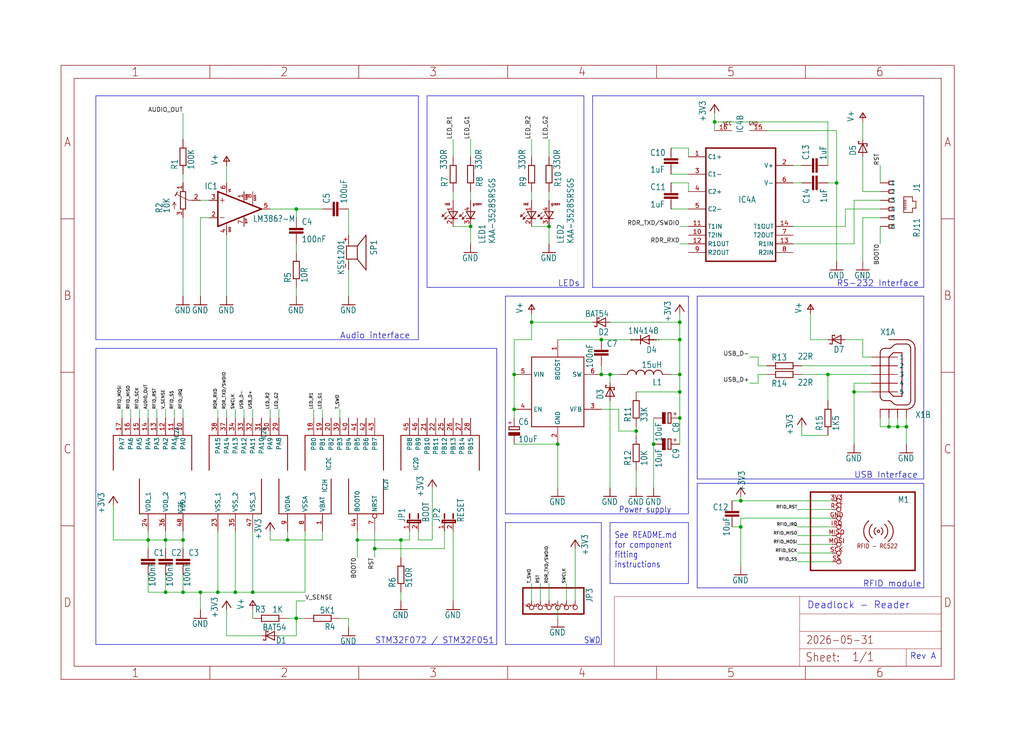
<source format=kicad_sch>
(kicad_sch (version 20231120) (generator "eeschema") (generator_version "8.0")
  (paper "User" 298.45 217.322)
  (junction (at 86.36 60.96))
  (junction (at 48.26 157.48))
  (junction (at 175.26 99.06))
  (junction (at 215.9 146.05))
  (junction (at 198.12 121.92))
  (junction (at 149.86 109.22))
  (junction (at 154.94 93.98))
  (junction (at 198.12 114.3))
  (junction (at 190.5 129.54))
  (junction (at 160.02 66.04))
  (junction (at 198.12 93.98))
  (junction (at 73.66 172.72))
  (junction (at 198.12 99.06))
  (junction (at 83.82 157.48))
  (junction (at 198.12 109.22))
  (junction (at 241.3 109.22))
  (junction (at 185.42 125.73))
  (junction (at 264.16 124.46))
  (junction (at 248.92 114.3))
  (junction (at 177.8 109.22))
  (junction (at 43.18 157.48))
  (junction (at 208.28 35.56))
  (junction (at 261.62 124.46))
  (junction (at 149.86 119.38))
  (junction (at 175.26 109.22))
  (junction (at 58.42 172.72))
  (junction (at 68.58 172.72))
  (junction (at 162.56 129.54))
  (junction (at 53.34 157.48))
  (junction (at 259.08 124.46))
  (junction (at 215.9 153.67))
  (junction (at 86.36 180.34))
  (junction (at 63.5 172.72))
  (junction (at 116.84 157.48))
  (junction (at 137.16 66.04))
  (junction (at 53.34 172.72))
  (junction (at 48.26 172.72))
  (junction (at 104.14 157.48))
  (junction (at 243.84 53.34))
  (junction (at 109.22 160.02))
  (wire (pts (xy 78.74 154.94) (xy 78.74 157.48)) (stroke (width 0.1524)))
  (wire (pts (xy 185.42 125.73) (xy 185.42 127)) (stroke (width 0.1524)))
  (polyline (pts (xy 200.66 152.4) (xy 200.66 170.18)) (stroke (width 0.1524) (type solid)))
  (wire (pts (xy 236.22 99.06) (xy 241.3 99.06)) (stroke (width 0.1524)))
  (wire (pts (xy 242.57 156.21) (xy 232.41 156.21)) (stroke (width 0.1524)))
  (wire (pts (xy 93.98 157.48) (xy 83.82 157.48)) (stroke (width 0.1524)))
  (polyline (pts (xy 27.94 27.94) (xy 121.92 27.94)) (stroke (width 0.1524) (type solid)))
  (wire (pts (xy 104.14 154.94) (xy 104.14 157.48)) (stroke (width 0.1524)))
  (wire (pts (xy 165.1 175.26) (xy 165.1 170.18)) (stroke (width 0.1524)))
  (wire (pts (xy 254 114.3) (xy 248.92 114.3)) (stroke (width 0.1524)))
  (wire (pts (xy 78.74 60.96) (xy 86.36 60.96)) (stroke (width 0.1524)))
  (wire (pts (xy 53.34 50.8) (xy 53.34 53.34)) (stroke (width 0.1524)))
  (wire (pts (xy 162.56 129.54) (xy 162.56 142.24)) (stroke (width 0.1524)))
  (wire (pts (xy 200.66 43.18) (xy 200.66 45.72)) (stroke (width 0.1524)))
  (wire (pts (xy 185.42 125.73) (xy 180.34 125.73)) (stroke (width 0.1524)))
  (wire (pts (xy 63.5 121.92) (xy 63.5 119.38)) (stroke (width 0.127)))
  (wire (pts (xy 71.12 121.92) (xy 71.12 119.38)) (stroke (width 0.1524)))
  (wire (pts (xy 160.02 45.72) (xy 160.02 40.64)) (stroke (width 0.1524)))
  (wire (pts (xy 68.58 121.92) (xy 68.58 119.38)) (stroke (width 0.1524)))
  (wire (pts (xy 248.92 114.3) (xy 248.92 129.54)) (stroke (width 0.1524)))
  (wire (pts (xy 180.34 109.22) (xy 177.8 109.22)) (stroke (width 0.1524)))
  (polyline (pts (xy 121.92 27.94) (xy 121.92 99.06)) (stroke (width 0.1524) (type solid)))
  (polyline (pts (xy 27.94 99.06) (xy 27.94 27.94)) (stroke (width 0.1524) (type solid)))
  (wire (pts (xy 53.34 63.5) (xy 53.34 86.36)) (stroke (width 0.1524)))
  (wire (pts (xy 58.42 172.72) (xy 63.5 172.72)) (stroke (width 0.1524)))
  (wire (pts (xy 116.84 162.56) (xy 116.84 157.48)) (stroke (width 0.1524)))
  (wire (pts (xy 86.36 180.34) (xy 88.9 180.34)) (stroke (width 0.1524)))
  (wire (pts (xy 248.92 71.12) (xy 231.14 71.12)) (stroke (width 0.1524)))
  (wire (pts (xy 48.26 157.48) (xy 43.18 157.48)) (stroke (width 0.1524)))
  (wire (pts (xy 241.3 48.26) (xy 241.3 35.56)) (stroke (width 0.1524)))
  (wire (pts (xy 48.26 121.92) (xy 48.26 119.38)) (stroke (width 0.1524)))
  (wire (pts (xy 66.04 185.42) (xy 66.04 177.8)) (stroke (width 0.1524)))
  (wire (pts (xy 99.06 180.34) (xy 101.6 180.34)) (stroke (width 0.1524)))
  (wire (pts (xy 125.984 157.48) (xy 125.984 142.494)) (stroke (width 0.1524)))
  (wire (pts (xy 66.04 48.26) (xy 66.04 53.34)) (stroke (width 0.1524)))
  (wire (pts (xy 223.52 38.1) (xy 243.84 38.1)) (stroke (width 0.1524)))
  (polyline (pts (xy 124.46 83.82) (xy 124.46 27.94)) (stroke (width 0.1524) (type solid)))
  (wire (pts (xy 58.42 58.42) (xy 60.96 58.42)) (stroke (width 0.1524)))
  (polyline (pts (xy 203.2 140.97) (xy 269.24 140.97)) (stroke (width 0.1524) (type solid)))
  (wire (pts (xy 256.54 124.46) (xy 259.08 124.46)) (stroke (width 0.1524)))
  (wire (pts (xy 109.22 154.94) (xy 109.22 160.02)) (stroke (width 0.1524)))
  (wire (pts (xy 119.38 157.48) (xy 119.38 154.94)) (stroke (width 0.1524)))
  (wire (pts (xy 172.72 93.98) (xy 154.94 93.98)) (stroke (width 0.1524)))
  (wire (pts (xy 242.57 146.05) (xy 215.9 146.05)) (stroke (width 0.1524)))
  (polyline (pts (xy 147.32 187.96) (xy 147.32 152.4)) (stroke (width 0.1524) (type solid)))
  (polyline (pts (xy 269.24 139.7) (xy 269.24 86.36)) (stroke (width 0.1524) (type solid)))
  (polyline (pts (xy 200.66 170.18) (xy 177.8 170.18)) (stroke (width 0.1524) (type solid)))
  (wire (pts (xy 198.12 121.92) (xy 198.12 129.54)) (stroke (width 0.1524)))
  (wire (pts (xy 242.57 161.29) (xy 232.41 161.29)) (stroke (width 0.1524)))
  (wire (pts (xy 73.66 177.8) (xy 73.66 180.34)) (stroke (width 0.1524)))
  (wire (pts (xy 200.66 71.12) (xy 198.12 71.12)) (stroke (width 0.1524)))
  (wire (pts (xy 241.3 109.22) (xy 254 109.22)) (stroke (width 0.1524)))
  (wire (pts (xy 241.3 53.34) (xy 243.84 53.34)) (stroke (width 0.1524)))
  (wire (pts (xy 231.14 53.34) (xy 233.68 53.34)) (stroke (width 0.1524)))
  (wire (pts (xy 185.42 137.16) (xy 185.42 142.24)) (stroke (width 0.1524)))
  (wire (pts (xy 256.54 66.04) (xy 256.54 71.12)) (stroke (width 0.1524)))
  (wire (pts (xy 185.42 99.06) (xy 175.26 99.06)) (stroke (width 0.1524)))
  (wire (pts (xy 154.94 45.72) (xy 154.94 40.64)) (stroke (width 0.1524)))
  (wire (pts (xy 157.48 175.26) (xy 157.48 170.18)) (stroke (width 0.1524)))
  (wire (pts (xy 175.26 99.06) (xy 162.56 99.06)) (stroke (width 0.1524)))
  (polyline (pts (xy 203.2 171.45) (xy 203.2 140.97)) (stroke (width 0.1524) (type solid)))
  (wire (pts (xy 43.18 121.92) (xy 43.18 119.38)) (stroke (width 0.1524)))
  (wire (pts (xy 53.34 167.64) (xy 53.34 172.72)) (stroke (width 0.1524)))
  (wire (pts (xy 93.98 121.92) (xy 93.98 119.38)) (stroke (width 0.1524)))
  (wire (pts (xy 175.26 109.22) (xy 175.26 106.68)) (stroke (width 0.1524)))
  (wire (pts (xy 154.94 175.26) (xy 154.94 170.18)) (stroke (width 0.1524)))
  (wire (pts (xy 48.26 160.02) (xy 48.26 157.48)) (stroke (width 0.1524)))
  (wire (pts (xy 242.57 148.59) (xy 232.41 148.59)) (stroke (width 0.1524)))
  (wire (pts (xy 149.86 119.38) (xy 149.86 121.92)) (stroke (width 0.1524)))
  (wire (pts (xy 215.9 146.05) (xy 215.9 144.78)) (stroke (width 0.1524)))
  (wire (pts (xy 109.22 160.02) (xy 109.22 162.56)) (stroke (width 0.1524)))
  (wire (pts (xy 242.57 153.67) (xy 232.41 153.67)) (stroke (width 0.1524)))
  (wire (pts (xy 88.9 154.94) (xy 88.9 172.72)) (stroke (width 0.1524)))
  (polyline (pts (xy 269.24 83.82) (xy 172.72 83.82)) (stroke (width 0.1524) (type solid)))
  (wire (pts (xy 43.18 160.02) (xy 43.18 157.48)) (stroke (width 0.1524)))
  (wire (pts (xy 241.3 35.56) (xy 208.28 35.56)) (stroke (width 0.1524)))
  (wire (pts (xy 242.57 158.75) (xy 232.41 158.75)) (stroke (width 0.1524)))
  (wire (pts (xy 251.46 99.06) (xy 251.46 104.14)) (stroke (width 0.1524)))
  (wire (pts (xy 48.26 157.48) (xy 48.26 154.94)) (stroke (width 0.1524)))
  (wire (pts (xy 243.84 38.1) (xy 243.84 53.34)) (stroke (width 0.1524)))
  (wire (pts (xy 177.8 109.22) (xy 177.8 111.76)) (stroke (width 0.1524)))
  (wire (pts (xy 242.57 151.13) (xy 215.9 151.13)) (stroke (width 0.1524)))
  (wire (pts (xy 185.42 124.46) (xy 185.42 125.73)) (stroke (width 0.1524)))
  (wire (pts (xy 256.54 55.88) (xy 251.46 55.88)) (stroke (width 0.1524)))
  (polyline (pts (xy 175.26 152.4) (xy 175.26 187.96)) (stroke (width 0.1524) (type solid)))
  (wire (pts (xy 86.36 185.42) (xy 86.36 180.34)) (stroke (width 0.1524)))
  (wire (pts (xy 208.28 35.56) (xy 208.28 38.1)) (stroke (width 0.1524)))
  (polyline (pts (xy 170.18 83.82) (xy 124.46 83.82)) (stroke (width 0.1524) (type solid)))
  (wire (pts (xy 198.12 99.06) (xy 198.12 109.22)) (stroke (width 0.1524)))
  (wire (pts (xy 215.9 153.67) (xy 215.9 165.1)) (stroke (width 0.1524)))
  (wire (pts (xy 251.46 40.64) (xy 251.46 35.56)) (stroke (width 0.1524)))
  (wire (pts (xy 198.12 114.3) (xy 198.12 121.92)) (stroke (width 0.1524)))
  (wire (pts (xy 53.34 157.48) (xy 48.26 157.48)) (stroke (width 0.1524)))
  (polyline (pts (xy 121.92 99.06) (xy 27.94 99.06)) (stroke (width 0.1524) (type solid)))
  (polyline (pts (xy 170.18 27.94) (xy 170.18 83.82)) (stroke (width 0.1524) (type solid)))
  (wire (pts (xy 81.28 185.42) (xy 86.36 185.42)) (stroke (width 0.1524)))
  (wire (pts (xy 200.66 53.34) (xy 200.66 55.88)) (stroke (width 0.1524)))
  (wire (pts (xy 198.12 93.98) (xy 198.12 91.44)) (stroke (width 0.1524)))
  (wire (pts (xy 220.98 104.14) (xy 218.44 104.14)) (stroke (width 0.1524)))
  (wire (pts (xy 43.18 157.48) (xy 43.18 154.94)) (stroke (width 0.1524)))
  (wire (pts (xy 160.02 55.88) (xy 160.02 58.42)) (stroke (width 0.1524)))
  (wire (pts (xy 66.04 121.92) (xy 66.04 119.38)) (stroke (width 0.1524)))
  (wire (pts (xy 101.6 78.74) (xy 101.6 86.36)) (stroke (width 0.1524)))
  (wire (pts (xy 116.84 157.48) (xy 119.38 157.48)) (stroke (width 0.1524)))
  (wire (pts (xy 38.1 121.92) (xy 38.1 119.38)) (stroke (width 0.1524)))
  (wire (pts (xy 48.26 172.72) (xy 53.34 172.72)) (stroke (width 0.1524)))
  (wire (pts (xy 63.5 154.94) (xy 63.5 172.72)) (stroke (width 0.1524)))
  (wire (pts (xy 254 111.76) (xy 248.92 111.76)) (stroke (width 0.1524)))
  (wire (pts (xy 66.04 68.58) (xy 66.04 86.36)) (stroke (width 0.1524)))
  (wire (pts (xy 35.56 121.92) (xy 35.56 119.38)) (stroke (width 0.1524)))
  (polyline (pts (xy 172.72 83.82) (xy 172.72 27.94)) (stroke (width 0.1524) (type solid)))
  (polyline (pts (xy 27.94 187.96) (xy 27.94 101.6)) (stroke (width 0.1524) (type solid)))
  (wire (pts (xy 154.94 55.88) (xy 154.94 58.42)) (stroke (width 0.1524)))
  (wire (pts (xy 167.64 160.02) (xy 167.64 175.26)) (stroke (width 0.1524)))
  (polyline (pts (xy 175.26 187.96) (xy 147.32 187.96)) (stroke (width 0.1524) (type solid)))
  (wire (pts (xy 246.38 99.06) (xy 251.46 99.06)) (stroke (width 0.1524)))
  (wire (pts (xy 180.34 125.73) (xy 180.34 119.38)) (stroke (width 0.1524)))
  (wire (pts (xy 137.16 66.04) (xy 137.16 71.12)) (stroke (width 0.1524)))
  (wire (pts (xy 50.8 121.92) (xy 50.8 119.38)) (stroke (width 0.1524)))
  (wire (pts (xy 160.02 66.04) (xy 160.02 71.12)) (stroke (width 0.1524)))
  (wire (pts (xy 53.34 157.48) (xy 53.34 154.94)) (stroke (width 0.1524)))
  (wire (pts (xy 86.36 71.12) (xy 86.36 73.66)) (stroke (width 0.1524)))
  (wire (pts (xy 231.14 48.26) (xy 233.68 48.26)) (stroke (width 0.1524)))
  (wire (pts (xy 58.42 63.5) (xy 58.42 86.36)) (stroke (width 0.1524)))
  (wire (pts (xy 53.34 40.64) (xy 53.34 33.02)) (stroke (width 0.1524)))
  (polyline (pts (xy 200.66 86.36) (xy 200.66 149.86)) (stroke (width 0.1524) (type solid)))
  (wire (pts (xy 241.3 116.84) (xy 241.3 109.22)) (stroke (width 0.1524)))
  (wire (pts (xy 43.18 157.48) (xy 33.02 157.48)) (stroke (width 0.1524)))
  (wire (pts (xy 58.42 177.8) (xy 58.42 172.72)) (stroke (width 0.1524)))
  (wire (pts (xy 175.26 109.22) (xy 177.8 109.22)) (stroke (width 0.1524)))
  (wire (pts (xy 86.36 60.96) (xy 93.98 60.96)) (stroke (width 0.1524)))
  (polyline (pts (xy 269.24 140.97) (xy 269.24 171.45)) (stroke (width 0.1524) (type solid)))
  (wire (pts (xy 243.84 53.34) (xy 243.84 76.2)) (stroke (width 0.1524)))
  (wire (pts (xy 261.62 121.92) (xy 261.62 124.46)) (stroke (width 0.1524)))
  (polyline (pts (xy 203.2 86.36) (xy 203.2 139.7)) (stroke (width 0.1524) (type solid)))
  (wire (pts (xy 162.56 175.26) (xy 162.56 180.34)) (stroke (width 0.1524)))
  (polyline (pts (xy 177.8 170.18) (xy 177.8 152.4)) (stroke (width 0.1524) (type solid)))
  (polyline (pts (xy 269.24 86.36) (xy 203.2 86.36)) (stroke (width 0.1524) (type solid)))
  (wire (pts (xy 251.46 104.14) (xy 254 104.14)) (stroke (width 0.1524)))
  (wire (pts (xy 86.36 175.26) (xy 88.9 175.26)) (stroke (width 0.1524)))
  (wire (pts (xy 154.94 66.04) (xy 160.02 66.04)) (stroke (width 0.1524)))
  (wire (pts (xy 160.02 175.26) (xy 160.02 170.18)) (stroke (width 0.1524)))
  (wire (pts (xy 220.98 109.22) (xy 220.98 111.76)) (stroke (width 0.1524)))
  (polyline (pts (xy 200.66 149.86) (xy 147.32 149.86)) (stroke (width 0.1524) (type solid)))
  (wire (pts (xy 45.72 121.92) (xy 45.72 119.38)) (stroke (width 0.1524)))
  (wire (pts (xy 242.57 163.83) (xy 232.41 163.83)) (stroke (width 0.1524)))
  (wire (pts (xy 99.06 121.92) (xy 99.06 119.38)) (stroke (width 0.1524)))
  (wire (pts (xy 121.92 154.94) (xy 121.92 157.48)) (stroke (width 0.1524)))
  (wire (pts (xy 215.9 151.13) (xy 215.9 153.67)) (stroke (width 0.1524)))
  (wire (pts (xy 223.52 106.68) (xy 220.98 106.68)) (stroke (width 0.1524)))
  (wire (pts (xy 132.08 55.88) (xy 132.08 58.42)) (stroke (width 0.1524)))
  (wire (pts (xy 53.34 160.02) (xy 53.34 157.48)) (stroke (width 0.1524)))
  (polyline (pts (xy 124.46 27.94) (xy 170.18 27.94)) (stroke (width 0.1524) (type solid)))
  (wire (pts (xy 101.6 180.34) (xy 101.6 182.88)) (stroke (width 0.1524)))
  (polyline (pts (xy 147.32 152.4) (xy 175.26 152.4)) (stroke (width 0.1524) (type solid)))
  (wire (pts (xy 109.22 160.02) (xy 129.54 160.02)) (stroke (width 0.1524)))
  (polyline (pts (xy 147.32 149.86) (xy 147.32 86.36)) (stroke (width 0.1524) (type solid)))
  (polyline (pts (xy 203.2 139.7) (xy 269.24 139.7)) (stroke (width 0.1524) (type solid)))
  (wire (pts (xy 195.58 109.22) (xy 198.12 109.22)) (stroke (width 0.1524)))
  (wire (pts (xy 88.9 172.72) (xy 73.66 172.72)) (stroke (width 0.1524)))
  (wire (pts (xy 48.26 167.64) (xy 48.26 172.72)) (stroke (width 0.1524)))
  (wire (pts (xy 83.82 157.48) (xy 83.82 154.94)) (stroke (width 0.1524)))
  (polyline (pts (xy 269.24 171.45) (xy 203.2 171.45)) (stroke (width 0.1524) (type solid)))
  (wire (pts (xy 86.36 63.5) (xy 86.36 60.96)) (stroke (width 0.1524)))
  (wire (pts (xy 116.84 172.72) (xy 116.84 175.26)) (stroke (width 0.1524)))
  (wire (pts (xy 246.38 60.96) (xy 256.54 60.96)) (stroke (width 0.1524)))
  (wire (pts (xy 246.38 66.04) (xy 231.14 66.04)) (stroke (width 0.1524)))
  (wire (pts (xy 154.94 99.06) (xy 149.86 99.06)) (stroke (width 0.1524)))
  (wire (pts (xy 132.08 66.04) (xy 137.16 66.04)) (stroke (width 0.1524)))
  (wire (pts (xy 259.08 124.46) (xy 261.62 124.46)) (stroke (width 0.1524)))
  (wire (pts (xy 180.34 119.38) (xy 175.26 119.38)) (stroke (width 0.1524)))
  (wire (pts (xy 68.58 154.94) (xy 68.58 172.72)) (stroke (width 0.1524)))
  (wire (pts (xy 83.82 180.34) (xy 86.36 180.34)) (stroke (width 0.1524)))
  (wire (pts (xy 81.28 121.92) (xy 81.28 119.38)) (stroke (width 0.1524)))
  (wire (pts (xy 137.16 55.88) (xy 137.16 58.42)) (stroke (width 0.1524)))
  (wire (pts (xy 256.54 121.92) (xy 256.54 124.46)) (stroke (width 0.1524)))
  (wire (pts (xy 121.92 157.48) (xy 125.984 157.48)) (stroke (width 0.1524)))
  (wire (pts (xy 264.16 124.46) (xy 264.16 129.54)) (stroke (width 0.1524)))
  (wire (pts (xy 256.54 63.5) (xy 251.46 63.5)) (stroke (width 0.1524)))
  (wire (pts (xy 185.42 114.3) (xy 198.12 114.3)) (stroke (width 0.1524)))
  (wire (pts (xy 251.46 63.5) (xy 251.46 76.2)) (stroke (width 0.1524)))
  (wire (pts (xy 248.92 111.76) (xy 248.92 114.3)) (stroke (width 0.1524)))
  (wire (pts (xy 73.66 172.72) (xy 73.66 154.94)) (stroke (width 0.1524)))
  (wire (pts (xy 220.98 106.68) (xy 220.98 104.14)) (stroke (width 0.1524)))
  (wire (pts (xy 60.96 63.5) (xy 58.42 63.5)) (stroke (width 0.1524)))
  (wire (pts (xy 200.66 66.04) (xy 198.12 66.04)) (stroke (width 0.1524)))
  (wire (pts (xy 40.64 121.92) (xy 40.64 119.38)) (stroke (width 0.1524)))
  (wire (pts (xy 195.58 43.18) (xy 200.66 43.18)) (stroke (width 0.1524)))
  (wire (pts (xy 264.16 121.92) (xy 264.16 124.46)) (stroke (width 0.1524)))
  (wire (pts (xy 86.36 180.34) (xy 86.36 175.26)) (stroke (width 0.1524)))
  (wire (pts (xy 68.58 172.72) (xy 73.66 172.72)) (stroke (width 0.1524)))
  (wire (pts (xy 233.68 124.46) (xy 233.68 127)) (stroke (width 0.1524)))
  (wire (pts (xy 190.5 121.92) (xy 190.5 129.54)) (stroke (width 0.1524)))
  (wire (pts (xy 248.92 58.42) (xy 256.54 58.42)) (stroke (width 0.1524)))
  (wire (pts (xy 208.28 33.02) (xy 208.28 35.56)) (stroke (width 0.1524)))
  (wire (pts (xy 86.36 83.82) (xy 86.36 86.36)) (stroke (width 0.1524)))
  (wire (pts (xy 233.68 127) (xy 241.3 127)) (stroke (width 0.1524)))
  (wire (pts (xy 132.08 154.94) (xy 132.08 175.26)) (stroke (width 0.1524)))
  (wire (pts (xy 33.02 157.48) (xy 33.02 147.32)) (stroke (width 0.1524)))
  (wire (pts (xy 220.98 111.76) (xy 218.44 111.76)) (stroke (width 0.1524)))
  (wire (pts (xy 198.12 109.22) (xy 198.12 114.3)) (stroke (width 0.1524)))
  (wire (pts (xy 256.54 53.34) (xy 256.54 48.26)) (stroke (width 0.1524)))
  (wire (pts (xy 43.18 167.64) (xy 43.18 172.72)) (stroke (width 0.1524)))
  (wire (pts (xy 73.66 121.92) (xy 73.66 119.38)) (stroke (width 0.1524)))
  (wire (pts (xy 198.12 99.06) (xy 190.5 99.06)) (stroke (width 0.1524)))
  (wire (pts (xy 236.22 91.44) (xy 236.22 99.06)) (stroke (width 0.1524)))
  (wire (pts (xy 259.08 121.92) (xy 259.08 124.46)) (stroke (width 0.1524)))
  (polyline (pts (xy 144.78 187.96) (xy 27.94 187.96)) (stroke (width 0.1524) (type solid)))
  (wire (pts (xy 251.46 55.88) (xy 251.46 45.72)) (stroke (width 0.1524)))
  (polyline (pts (xy 269.24 27.94) (xy 269.24 83.82)) (stroke (width 0.1524) (type solid)))
  (wire (pts (xy 137.16 45.72) (xy 137.16 40.64)) (stroke (width 0.1524)))
  (wire (pts (xy 213.36 153.67) (xy 215.9 153.67)) (stroke (width 0.1524)))
  (wire (pts (xy 177.8 93.98) (xy 198.12 93.98)) (stroke (width 0.1524)))
  (wire (pts (xy 195.58 53.34) (xy 200.66 53.34)) (stroke (width 0.1524)))
  (polyline (pts (xy 27.94 101.6) (xy 144.78 101.6)) (stroke (width 0.1524) (type solid)))
  (wire (pts (xy 129.54 160.02) (xy 129.54 154.94)) (stroke (width 0.1524)))
  (polyline (pts (xy 177.8 152.4) (xy 200.66 152.4)) (stroke (width 0.1524) (type solid)))
  (wire (pts (xy 233.68 106.68) (xy 254 106.68)) (stroke (width 0.1524)))
  (wire (pts (xy 78.74 121.92) (xy 78.74 119.38)) (stroke (width 0.1524)))
  (wire (pts (xy 53.34 172.72) (xy 58.42 172.72)) (stroke (width 0.1524)))
  (wire (pts (xy 53.34 121.92) (xy 53.34 119.38)) (stroke (width 0.1524)))
  (wire (pts (xy 149.86 99.06) (xy 149.86 109.22)) (stroke (width 0.1524)))
  (wire (pts (xy 198.12 99.06) (xy 198.12 93.98)) (stroke (width 0.1524)))
  (wire (pts (xy 149.86 129.54) (xy 162.56 129.54)) (stroke (width 0.1524)))
  (wire (pts (xy 43.18 172.72) (xy 48.26 172.72)) (stroke (width 0.1524)))
  (wire (pts (xy 63.5 172.72) (xy 68.58 172.72)) (stroke (width 0.1524)))
  (wire (pts (xy 190.5 129.54) (xy 190.5 142.24)) (stroke (width 0.1524)))
  (wire (pts (xy 246.38 66.04) (xy 246.38 60.96)) (stroke (width 0.1524)))
  (wire (pts (xy 223.52 109.22) (xy 220.98 109.22)) (stroke (width 0.1524)))
  (wire (pts (xy 91.44 121.92) (xy 91.44 119.38)) (stroke (width 0.1524)))
  (polyline (pts (xy 172.72 27.94) (xy 269.24 27.94)) (stroke (width 0.1524) (type solid)))
  (wire (pts (xy 104.14 157.48) (xy 116.84 157.48)) (stroke (width 0.1524)))
  (wire (pts (xy 101.6 60.96) (xy 101.6 68.58)) (stroke (width 0.1524)))
  (polyline (pts (xy 144.78 101.6) (xy 144.78 187.96)) (stroke (width 0.1524) (type solid)))
  (wire (pts (xy 76.2 185.42) (xy 66.04 185.42)) (stroke (width 0.1524)))
  (wire (pts (xy 154.94 93.98) (xy 154.94 99.06)) (stroke (width 0.1524)))
  (wire (pts (xy 195.58 60.96) (xy 200.66 60.96)) (stroke (width 0.1524)))
  (wire (pts (xy 261.62 124.46) (xy 264.16 124.46)) (stroke (width 0.1524)))
  (wire (pts (xy 78.74 157.48) (xy 83.82 157.48)) (stroke (width 0.1524)))
  (polyline (pts (xy 147.32 86.36) (xy 200.66 86.36)) (stroke (width 0.1524) (type solid)))
  (wire (pts (xy 154.94 91.44) (xy 154.94 93.98)) (stroke (width 0.1524)))
  (wire (pts (xy 132.08 45.72) (xy 132.08 40.64)) (stroke (width 0.1524)))
  (wire (pts (xy 248.92 71.12) (xy 248.92 58.42)) (stroke (width 0.1524)))
  (wire (pts (xy 149.86 109.22) (xy 149.86 119.38)) (stroke (width 0.1524)))
  (wire (pts (xy 104.14 157.48) (xy 104.14 162.56)) (stroke (width 0.1524)))
  (wire (pts (xy 93.98 154.94) (xy 93.98 157.48)) (stroke (width 0.1524)))
  (wire (pts (xy 177.8 116.84) (xy 177.8 142.24)) (stroke (width 0.1524)))
  (wire (pts (xy 213.36 146.05) (xy 215.9 146.05)) (stroke (width 0.1524)))
  (wire (pts (xy 233.68 109.22) (xy 241.3 109.22)) (stroke (width 0.1524)))
  (wire (pts (xy 195.58 50.8) (xy 200.66 50.8)) (stroke (width 0.1524)))
  (text "Audio interface" (at 99.06 99.06 0) (effects (font (size 1.778 1.778)) (justify left bottom)))
  (text "SWD" (at 170.18 187.96 0) (effects (font (size 1.778 1.5113)) (justify left bottom)))
  (text "Rev A" (at 265.176 192.532 0) (effects (font (size 1.778 1.778)) (justify left bottom)))
  (text "RFID module" (at 251.46 171.45 0) (effects (font (size 1.778 1.778)) (justify left bottom)))
  (text "RS-232 Interface" (at 243.84 83.82 0) (effects (font (size 1.778 1.778)) (justify left bottom)))
  (text "Deadlock - Reader" (at 235.204 177.8 0) (effects (font (size 2.032 2.032)) (justify left bottom)))
  (text "See README.md\nfor component\nfitting\ninstructions" (at 179.07 165.862 0) (effects (font (size 1.778 1.5113)) (justify left bottom)))
  (text "Power supply" (at 180.34 149.86 0) (effects (font (size 1.778 1.5113)) (justify left bottom)))
  (text "STM32F072 / STM32F051" (at 109.22 187.96 0) (effects (font (size 1.778 1.778)) (justify left bottom)))
  (text "USB Interface" (at 248.92 139.7 0) (effects (font (size 1.778 1.778)) (justify left bottom)))
  (text "LEDs" (at 162.56 83.82 0) (effects (font (size 1.778 1.778)) (justify left bottom)))
  (label "LED_G2" (at 81.28 119.38 90) (effects (font (size 0.889 0.889))))
  (label "USB_D-" (at 71.12 119.38 90) (effects (font (size 0.889 0.889))))
  (label "LED_R1" (at 132.08 40.64 90) (effects (font (size 1.2446 1.2446))))
  (label "T_SWO" (at 154.94 170.18 90) (effects (font (size 0.889 0.889))))
  (label "RFID_SS" (at 232.41 163.83 180) (effects (font (size 0.889 0.889))))
  (label "RFID_RST" (at 45.72 119.38 90) (effects (font (size 0.889 0.889))))
  (label "RDR_RXD" (at 198.12 71.12 180) (effects (font (size 1.2446 1.2446))))
  (label "BOOT0" (at 256.54 71.12 270) (effects (font (size 1.2446 1.2446))))
  (label "RFID_MOSI" (at 35.56 119.38 90) (effects (font (size 0.889 0.889))))
  (label "V_SENSE" (at 48.26 119.38 90) (effects (font (size 0.889 0.889))))
  (label "RFID_SCK" (at 232.41 161.29 180) (effects (font (size 0.889 0.889))))
  (label "RDR_RXD" (at 63.5 119.38 90) (effects (font (size 0.889 0.889))))
  (label "V_SENSE" (at 88.9 175.26 0) (effects (font (size 1.2446 1.2446))))
  (label "RDR_TXD/SWDIO" (at 66.04 119.38 90) (effects (font (size 0.889 0.889))))
  (label "RFID_IRQ" (at 232.41 153.67 180) (effects (font (size 0.889 0.889))))
  (label "USB_D+" (at 218.44 111.76 180) (effects (font (size 1.2446 1.2446))))
  (label "LED_R2" (at 78.74 119.38 90) (effects (font (size 0.889 0.889))))
  (label "SWCLK" (at 68.58 119.38 90) (effects (font (size 0.889 0.889))))
  (label "LED_G1" (at 137.16 40.64 90) (effects (font (size 1.2446 1.2446))))
  (label "USB_D-" (at 218.44 104.14 180) (effects (font (size 1.2446 1.2446))))
  (label "LED_R2" (at 154.94 40.64 90) (effects (font (size 1.2446 1.2446))))
  (label "RFID_SCK" (at 40.64 119.38 90) (effects (font (size 0.889 0.889))))
  (label "RST" (at 256.54 48.26 90) (effects (font (size 1.2446 1.2446))))
  (label "RST" (at 109.22 162.56 270) (effects (font (size 1.2446 1.2446))))
  (label "LED_R1" (at 91.44 119.38 90) (effects (font (size 0.889 0.889))))
  (label "RFID_RST" (at 232.41 148.59 180) (effects (font (size 0.889 0.889))))
  (label "USB_D+" (at 73.66 119.38 90) (effects (font (size 0.889 0.889))))
  (label "RDR_TXD/SWDIO" (at 198.12 66.04 180) (effects (font (size 1.2446 1.2446))))
  (label "AUDIO_OUT" (at 53.34 33.02 180) (effects (font (size 1.2446 1.2446))))
  (label "RFID_MISO" (at 38.1 119.38 90) (effects (font (size 0.889 0.889))))
  (label "T_SWO" (at 99.06 119.38 90) (effects (font (size 0.889 0.889))))
  (label "RFID_MOSI" (at 232.41 158.75 180) (effects (font (size 0.889 0.889))))
  (label "RDR_TXD/SWDIO" (at 160.02 170.18 90) (effects (font (size 0.889 0.889))))
  (label "RFID_MISO" (at 232.41 156.21 180) (effects (font (size 0.889 0.889))))
  (label "RST" (at 157.48 170.18 90) (effects (font (size 0.889 0.889))))
  (label "RFID_IRQ" (at 53.34 119.38 90) (effects (font (size 0.889 0.889))))
  (label "RFID_SS" (at 50.8 119.38 90) (effects (font (size 0.889 0.889))))
  (label "BOOT0" (at 104.14 162.56 270) (effects (font (size 1.2446 1.2446))))
  (label "LED_G1" (at 93.98 119.38 90) (effects (font (size 0.889 0.889))))
  (label "SWCLK" (at 165.1 170.18 90) (effects (font (size 0.889 0.889))))
  (label "LED_G2" (at 160.02 40.64 90) (effects (font (size 1.2446 1.2446))))
  (label "AUDIO_OUT" (at 43.18 119.38 90) (effects (font (size 0.889 0.889))))
  (symbol (lib_id "deadlock-reader-eagle-import:GND") (at 58.42 180.34 0) (unit 1)
    (property "Reference" "#GND01" (effects (hide yes)))
    (property "Value" "GND" (at 55.88 182.88 0) (effects (font (size 1.778 1.5113)) (justify left bottom)))
  )
  (symbol (lib_id "deadlock-reader-eagle-import:MINI-USB-SCHIELD-32005-301") (at 259.08 119.38 0) (unit 2)
    (property "Reference" "X1" (at 266.7 121.92 0) (effects (font (size 1.778 1.5113)) (justify left bottom)))
    (property "Value" "MINI-USB-SCHIELD-32005-301" (effects (hide yes)))
    (property "Footprint" "deadlock-reader:32005-301" (effects (hide yes)))
  )
  (symbol (lib_id "deadlock-reader-eagle-import:V+") (at 73.66 175.26 0) (unit 1)
    (property "Reference" "#P+01" (effects (hide yes)))
    (property "Value" "V+" (at 71.12 177.8 90) (effects (font (size 1.778 1.5113)) (justify left bottom)))
  )
  (symbol (lib_id "deadlock-reader-eagle-import:STM32F072XX") (at 127 132.08 90) (unit 4)
    (property "Reference" "IC2" (at 121.92 137.16 0) (effects (font (size 1.27 1.0795)) (justify left bottom)))
    (property "Value" "STM32F072XX" (effects (hide yes)))
    (property "Footprint" "deadlock-reader:TQFP48" (effects (hide yes)))
  )
  (symbol (lib_id "deadlock-reader-eagle-import:+3V3") (at 198.12 88.9 0) (unit 1)
    (property "Reference" "#+3V036" (effects (hide yes)))
    (property "Value" "+3V3" (at 195.58 93.98 90) (effects (font (size 1.778 1.5113)) (justify left bottom)))
  )
  (symbol (lib_id "deadlock-reader-eagle-import:R-EU_R0805") (at 160.02 50.8 90) (unit 1)
    (property "Reference" "R10" (at 163.6014 54.61 0) (effects (font (size 1.778 1.5113)) (justify left bottom)))
    (property "Value" "330R" (at 163.322 49.53 0) (effects (font (size 1.778 1.5113)) (justify left bottom)))
    (property "Footprint" "deadlock-reader:R0805" (effects (hide yes)))
  )
  (symbol (lib_id "deadlock-reader-eagle-import:R-EU_R0805") (at 93.98 180.34 180) (unit 1)
    (property "Reference" "R4" (at 97.79 181.8386 0) (effects (font (size 1.778 1.5113)) (justify left bottom)))
    (property "Value" "5K1" (at 97.79 177.038 0) (effects (font (size 1.778 1.5113)) (justify left bottom)))
    (property "Footprint" "deadlock-reader:R0805" (effects (hide yes)))
  )
  (symbol (lib_id "deadlock-reader-eagle-import:L-USPIS2816") (at 187.96 109.22 90) (unit 1)
    (property "Reference" "L1" (at 193.04 110.49 90) (effects (font (size 1.778 1.5113)) (justify left bottom)))
    (property "Value" "15uH" (at 193.04 105.41 90) (effects (font (size 1.778 1.5113)) (justify left bottom)))
    (property "Footprint" "deadlock-reader:PIS2816" (effects (hide yes)))
  )
  (symbol (lib_id "deadlock-reader-eagle-import:BAT54") (at 78.74 185.42 180) (unit 1)
    (property "Reference" "D1" (at 83.566 185.801 0) (effects (font (size 1.778 1.5113)) (justify left bottom)))
    (property "Value" "BAT54" (at 83.566 181.991 0) (effects (font (size 1.778 1.5113)) (justify left bottom)))
    (property "Footprint" "deadlock-reader:SOT23" (effects (hide yes)))
  )
  (symbol (lib_id "deadlock-reader-eagle-import:JP1E") (at 119.38 152.4 0) (unit 1)
    (property "Reference" "JP1" (at 118.11 152.4 90) (effects (font (size 1.778 1.5113)) (justify left bottom)))
    (property "Value" "BOOT" (at 125.095 152.4 90) (effects (font (size 1.778 1.5113)) (justify left bottom)))
    (property "Footprint" "deadlock-reader:JP1" (effects (hide yes)))
  )
  (symbol (lib_id "deadlock-reader-eagle-import:STM32F072XX") (at 71.12 129.54 270) (unit 2)
    (property "Reference" "IC2" (at 76.2 124.46 0) (effects (font (size 1.27 1.0795)) (justify left bottom)))
    (property "Value" "STM32F072XX" (effects (hide yes)))
    (property "Footprint" "deadlock-reader:TQFP48" (effects (hide yes)))
  )
  (symbol (lib_id "deadlock-reader-eagle-import:C-EUC1206") (at 96.52 60.96 90) (unit 1)
    (property "Reference" "C5" (at 96.139 59.436 0) (effects (font (size 1.778 1.5113)) (justify left bottom)))
    (property "Value" "100uF" (at 101.219 59.436 0) (effects (font (size 1.778 1.5113)) (justify left bottom)))
    (property "Footprint" "deadlock-reader:C1206" (effects (hide yes)))
  )
  (symbol (lib_id "deadlock-reader-eagle-import:C-EUC0805") (at 48.26 162.56 0) (unit 1)
    (property "Reference" "C2" (at 49.784 162.179 0) (effects (font (size 1.778 1.5113)) (justify left bottom)))
    (property "Value" "100nF" (at 50.419 171.196 90) (effects (font (size 1.778 1.5113)) (justify left bottom)))
    (property "Footprint" "deadlock-reader:C0805" (effects (hide yes)))
  )
  (symbol (lib_id "deadlock-reader-eagle-import:GND") (at 137.16 73.66 0) (unit 1)
    (property "Reference" "#GND010" (effects (hide yes)))
    (property "Value" "GND" (at 134.62 76.2 0) (effects (font (size 1.778 1.5113)) (justify left bottom)))
  )
  (symbol (lib_id "deadlock-reader-eagle-import:MINI-USB-SCHIELD-32005-301") (at 259.08 109.22 0) (unit 1)
    (property "Reference" "X1" (at 256.54 97.79 0) (effects (font (size 1.778 1.5113)) (justify left bottom)))
    (property "Value" "MINI-USB-SCHIELD-32005-301" (effects (hide yes)))
    (property "Footprint" "deadlock-reader:32005-301" (effects (hide yes)))
  )
  (symbol (lib_id "deadlock-reader-eagle-import:GND") (at 215.9 167.64 0) (unit 1)
    (property "Reference" "#GND017" (effects (hide yes)))
    (property "Value" "GND" (at 213.36 170.18 0) (effects (font (size 1.778 1.5113)) (justify left bottom)))
  )
  (symbol (lib_id "deadlock-reader-eagle-import:V+") (at 66.04 45.72 0) (unit 1)
    (property "Reference" "#P+02" (effects (hide yes)))
    (property "Value" "V+" (at 63.5 48.26 90) (effects (font (size 1.778 1.5113)) (justify left bottom)))
  )
  (symbol (lib_id "deadlock-reader-eagle-import:R-EU_R0805") (at 137.16 50.8 90) (unit 1)
    (property "Reference" "R8" (at 140.7414 54.61 0) (effects (font (size 1.778 1.5113)) (justify left bottom)))
    (property "Value" "330R" (at 140.462 49.53 0) (effects (font (size 1.778 1.5113)) (justify left bottom)))
    (property "Footprint" "deadlock-reader:R0805" (effects (hide yes)))
  )
  (symbol (lib_id "deadlock-reader-eagle-import:C-EUC0805") (at 236.22 53.34 90) (unit 1)
    (property "Reference" "C14" (at 234.061 54.864 0) (effects (font (size 1.778 1.5113)) (justify right top)))
    (property "Value" "1uF" (at 239.141 54.864 0) (effects (font (size 1.778 1.5113)) (justify right top)))
    (property "Footprint" "deadlock-reader:C0805" (effects (hide yes)))
  )
  (symbol (lib_id "deadlock-reader-eagle-import:DIODE-SOD323-W") (at 187.96 99.06 180) (unit 1)
    (property "Reference" "D4" (at 191.516 101.0666 0) (effects (font (size 1.778 1.5113)) (justify left bottom)))
    (property "Value" "1N4148" (at 192.024 95.4786 0) (effects (font (size 1.778 1.5113)) (justify left bottom)))
    (property "Footprint" "deadlock-reader:SOD323-W" (effects (hide yes)))
  )
  (symbol (lib_id "deadlock-reader-eagle-import:MAX3232SE") (at 215.9 38.1 90) (unit 2)
    (property "Reference" "IC4" (at 216.662 38.862 0) (effects (font (size 1.778 1.5113)) (justify left bottom)))
    (property "Value" "MAX3232SE" (effects (hide yes)))
    (property "Footprint" "deadlock-reader:SO16" (effects (hide yes)))
  )
  (symbol (lib_id "deadlock-reader-eagle-import:C-EUC0805") (at 86.36 66.04 0) (unit 1)
    (property "Reference" "C4" (at 87.884 65.659 0) (effects (font (size 1.778 1.5113)) (justify left bottom)))
    (property "Value" "100nF" (at 87.884 70.739 0) (effects (font (size 1.778 1.5113)) (justify left bottom)))
    (property "Footprint" "deadlock-reader:C0805" (effects (hide yes)))
  )
  (symbol (lib_id "deadlock-reader-eagle-import:R-EU_R0805") (at 185.42 132.08 90) (unit 1)
    (property "Reference" "R12" (at 183.9214 135.89 0) (effects (font (size 1.778 1.5113)) (justify left bottom)))
    (property "Value" "10K" (at 188.722 135.89 0) (effects (font (size 1.778 1.5113)) (justify left bottom)))
    (property "Footprint" "deadlock-reader:R0805" (effects (hide yes)))
  )
  (symbol (lib_id "deadlock-reader-eagle-import:R-EU_R0805") (at 116.84 167.64 90) (unit 1)
    (property "Reference" "R6" (at 115.3414 171.45 0) (effects (font (size 1.778 1.5113)) (justify left bottom)))
    (property "Value" "510R" (at 120.142 171.45 0) (effects (font (size 1.778 1.5113)) (justify left bottom)))
    (property "Footprint" "deadlock-reader:R0805" (effects (hide yes)))
  )
  (symbol (lib_id "deadlock-reader-eagle-import:MAX3232SE") (at 215.9 58.42 0) (unit 1)
    (property "Reference" "IC4" (at 215.138 59.182 0) (effects (font (size 1.778 1.5113)) (justify left bottom)))
    (property "Value" "MAX3232SE" (effects (hide yes)))
    (property "Footprint" "deadlock-reader:SO16" (effects (hide yes)))
  )
  (symbol (lib_id "deadlock-reader-eagle-import:GND") (at 101.6 185.42 0) (unit 1)
    (property "Reference" "#GND06" (effects (hide yes)))
    (property "Value" "GND" (at 99.06 187.96 0) (effects (font (size 1.778 1.5113)) (justify left bottom)))
  )
  (symbol (lib_id "deadlock-reader-eagle-import:STM32F072XX") (at 88.9 144.78 270) (unit 8)
    (property "Reference" "IC2" (at 93.98 139.7 0) (effects (font (size 1.27 1.0795)) (justify left bottom)))
    (property "Value" "STM32F072XX" (effects (hide yes)))
    (property "Footprint" "deadlock-reader:TQFP48" (effects (hide yes)))
  )
  (symbol (lib_id "deadlock-reader-eagle-import:STM32F072XX") (at 106.68 144.78 270) (unit 9)
    (property "Reference" "IC2" (at 111.76 139.7 0) (effects (font (size 1.27 1.0795)) (justify left bottom)))
    (property "Value" "STM32F072XX" (effects (hide yes)))
    (property "Footprint" "deadlock-reader:TQFP48" (effects (hide yes)))
  )
  (symbol (lib_id "deadlock-reader-eagle-import:STM32F072XX") (at 101.6 132.08 90) (unit 3)
    (property "Reference" "IC2" (at 96.52 137.16 0) (effects (font (size 1.27 1.0795)) (justify left bottom)))
    (property "Value" "STM32F072XX" (effects (hide yes)))
    (property "Footprint" "deadlock-reader:TQFP48" (effects (hide yes)))
  )
  (symbol (lib_id "deadlock-reader-eagle-import:R-EU_R0805") (at 154.94 50.8 90) (unit 1)
    (property "Reference" "R9" (at 153.4414 54.61 0) (effects (font (size 1.778 1.5113)) (justify left bottom)))
    (property "Value" "330R" (at 153.162 49.53 0) (effects (font (size 1.778 1.5113)) (justify left bottom)))
    (property "Footprint" "deadlock-reader:R0805" (effects (hide yes)))
  )
  (symbol (lib_id "deadlock-reader-eagle-import:MCP16301/H") (at 162.56 114.3 0) (unit 1)
    (property "Reference" "IC3" (effects (hide yes)))
    (property "Value" "MCP16301/H" (effects (hide yes)))
    (property "Footprint" "deadlock-reader:SOT23-6" (effects (hide yes)))
  )
  (symbol (lib_id "deadlock-reader-eagle-import:V+") (at 251.46 33.02 0) (unit 1)
    (property "Reference" "#P+05" (effects (hide yes)))
    (property "Value" "V+" (at 248.92 35.56 90) (effects (font (size 1.778 1.5113)) (justify left bottom)))
  )
  (symbol (lib_id "deadlock-reader-eagle-import:R-EU_R0805") (at 185.42 119.38 90) (unit 1)
    (property "Reference" "R11" (at 183.9214 123.19 0) (effects (font (size 1.778 1.5113)) (justify left bottom)))
    (property "Value" "33K" (at 188.722 123.19 0) (effects (font (size 1.778 1.5113)) (justify left bottom)))
    (property "Footprint" "deadlock-reader:R0805" (effects (hide yes)))
  )
  (symbol (lib_id "deadlock-reader-eagle-import:KAA-3528SRSGS") (at 160.02 60.96 0) (unit 1)
    (property "Reference" "LED2" (at 164.338 71.12 90) (effects (font (size 1.778 1.5113)) (justify left bottom)))
    (property "Value" "KAA-3528SRSGS" (at 167.259 71.12 90) (effects (font (size 1.778 1.5113)) (justify left bottom)))
    (property "Footprint" "deadlock-reader:KAA-3528SRSGS" (effects (hide yes)))
  )
  (symbol (lib_id "deadlock-reader-eagle-import:GND") (at 116.84 177.8 0) (unit 1)
    (property "Reference" "#GND08" (effects (hide yes)))
    (property "Value" "GND" (at 114.3 180.34 0) (effects (font (size 1.778 1.5113)) (justify left bottom)))
  )
  (symbol (lib_id "deadlock-reader-eagle-import:GND") (at 101.6 88.9 0) (unit 1)
    (property "Reference" "#GND07" (effects (hide yes)))
    (property "Value" "GND" (at 99.06 91.44 0) (effects (font (size 1.778 1.5113)) (justify left bottom)))
  )
  (symbol (lib_id "deadlock-reader-eagle-import:GND") (at 132.08 177.8 0) (unit 1)
    (property "Reference" "#GND09" (effects (hide yes)))
    (property "Value" "GND" (at 129.54 180.34 0) (effects (font (size 1.778 1.5113)) (justify left bottom)))
  )
  (symbol (lib_id "deadlock-reader-eagle-import:C-EUC0805") (at 213.36 148.59 0) (unit 1)
    (property "Reference" "C12" (at 212.344 146.939 0) (effects (font (size 1.778 1.5113)) (justify right top)))
    (property "Value" "10uF" (at 212.725 156.464 90) (effects (font (size 1.778 1.5113)) (justify left bottom)))
    (property "Footprint" "deadlock-reader:C0805" (effects (hide yes)))
  )
  (symbol (lib_id "deadlock-reader-eagle-import:+3V3") (at 33.02 144.78 0) (unit 1)
    (property "Reference" "#+3V031" (effects (hide yes)))
    (property "Value" "+3V3" (at 30.48 149.86 90) (effects (font (size 1.778 1.5113)) (justify left bottom)))
  )
  (symbol (lib_id "deadlock-reader-eagle-import:CPOL-EUA/3216-18R") (at 195.58 121.92 270) (unit 1)
    (property "Reference" "C8" (at 196.0626 123.063 0) (effects (font (size 1.778 1.5113)) (justify left bottom)))
    (property "Value" "10uF" (at 190.9826 123.063 0) (effects (font (size 1.778 1.5113)) (justify left bottom)))
    (property "Footprint" "deadlock-reader:A_3216-18R" (effects (hide yes)))
  )
  (symbol (lib_id "deadlock-reader-eagle-import:BAT60J") (at 243.84 99.06 180) (unit 1)
    (property "Reference" "D7" (at 246.126 100.965 0) (effects (font (size 1.778 1.5113)) (justify left bottom)))
    (property "Value" "BAT60J" (effects (hide yes)))
    (property "Footprint" "deadlock-reader:SOD323_ST" (effects (hide yes)))
  )
  (symbol (lib_id "deadlock-reader-eagle-import:PINHD-1X6") (at 160.02 177.8 270) (unit 1)
    (property "Reference" "JP3" (at 170.815 171.45 0) (effects (font (size 1.778 1.5113)) (justify left bottom)))
    (property "Value" "PINHD-1X6" (effects (hide yes)))
    (property "Footprint" "deadlock-reader:1X06" (effects (hide yes)))
  )
  (symbol (lib_id "deadlock-reader-eagle-import:CPOL-EUA/3216-18R") (at 195.58 129.54 270) (unit 1)
    (property "Reference" "C9" (at 196.0626 130.683 0) (effects (font (size 1.778 1.5113)) (justify left bottom)))
    (property "Value" "10uF" (at 190.9826 130.683 0) (effects (font (size 1.778 1.5113)) (justify left bottom)))
    (property "Footprint" "deadlock-reader:A_3216-18R" (effects (hide yes)))
  )
  (symbol (lib_id "deadlock-reader-eagle-import:STM32F072XX") (at 58.42 144.78 90) (unit 5)
    (property "Reference" "IC2" (at 53.34 149.86 0) (effects (font (size 1.27 1.0795)) (justify left bottom)))
    (property "Value" "STM32F072XX" (effects (hide yes)))
    (property "Footprint" "deadlock-reader:TQFP48" (effects (hide yes)))
  )
  (symbol (lib_id "deadlock-reader-eagle-import:C-EUC0805") (at 195.58 45.72 0) (unit 1)
    (property "Reference" "C10" (at 194.056 43.561 0) (effects (font (size 1.778 1.5113)) (justify right top)))
    (property "Value" "1uF" (at 189.484 50.419 0) (effects (font (size 1.778 1.5113)) (justify left bottom)))
    (property "Footprint" "deadlock-reader:C0805" (effects (hide yes)))
  )
  (symbol (lib_id "deadlock-reader-eagle-import:+3V3") (at 215.9 142.24 0) (unit 1)
    (property "Reference" "#+3V038" (effects (hide yes)))
    (property "Value" "+3V3" (at 217.17 143.51 90) (effects (font (size 1.778 1.5113)) (justify left bottom)))
  )
  (symbol (lib_id "deadlock-reader-eagle-import:GND") (at 53.34 88.9 0) (unit 1)
    (property "Reference" "#GND02" (effects (hide yes)))
    (property "Value" "GND" (at 50.8 91.44 0) (effects (font (size 1.778 1.5113)) (justify left bottom)))
  )
  (symbol (lib_id "deadlock-reader-eagle-import:KAA-3528SRSGS") (at 137.16 60.96 0) (unit 1)
    (property "Reference" "LED1" (at 141.478 71.12 90) (effects (font (size 1.778 1.5113)) (justify left bottom)))
    (property "Value" "KAA-3528SRSGS" (at 144.399 71.12 90) (effects (font (size 1.778 1.5113)) (justify left bottom)))
    (property "Footprint" "deadlock-reader:KAA-3528SRSGS" (effects (hide yes)))
  )
  (symbol (lib_id "deadlock-reader-eagle-import:RFID-RC522") (at 245.11 154.94 0) (unit 1)
    (property "Reference" "M1" (at 261.62 146.685 0) (effects (font (size 1.778 1.5113)) (justify left bottom)))
    (property "Value" "RFID-RC522" (effects (hide yes)))
    (property "Footprint" "deadlock-reader:RFID-RC522" (effects (hide yes)))
  )
  (symbol (lib_id "deadlock-reader-eagle-import:R-EU_R0805") (at 78.74 180.34 180) (unit 1)
    (property "Reference" "R3" (at 77.47 176.7586 0) (effects (font (size 1.778 1.5113)) (justify left bottom)))
    (property "Value" "1K" (at 82.55 176.784 0) (effects (font (size 1.778 1.5113)) (justify left bottom)))
    (property "Footprint" "deadlock-reader:R0805" (effects (hide yes)))
  )
  (symbol (lib_id "deadlock-reader-eagle-import:C-EUC0805") (at 43.18 162.56 0) (unit 1)
    (property "Reference" "C1" (at 44.704 162.179 0) (effects (font (size 1.778 1.5113)) (justify left bottom)))
    (property "Value" "100nF" (at 45.339 171.196 90) (effects (font (size 1.778 1.5113)) (justify left bottom)))
    (property "Footprint" "deadlock-reader:C0805" (effects (hide yes)))
  )
  (symbol (lib_id "deadlock-reader-eagle-import:BAT60J") (at 177.8 114.3 90) (unit 1)
    (property "Reference" "D3" (at 175.895 116.586 0) (effects (font (size 1.778 1.5113)) (justify left bottom)))
    (property "Value" "BAT60J" (effects (hide yes)))
    (property "Footprint" "deadlock-reader:SOD323_ST" (effects (hide yes)))
  )
  (symbol (lib_id "deadlock-reader-eagle-import:CPOL-EUSMCD") (at 149.86 124.46 0) (unit 1)
    (property "Reference" "C6" (at 151.003 123.9774 0) (effects (font (size 1.778 1.5113)) (justify left bottom)))
    (property "Value" "10uF" (at 151.003 129.0574 0) (effects (font (size 1.778 1.5113)) (justify left bottom)))
    (property "Footprint" "deadlock-reader:SMC_D" (effects (hide yes)))
  )
  (symbol (lib_id "deadlock-reader-eagle-import:R-EU_R0805") (at 132.08 50.8 90) (unit 1)
    (property "Reference" "R7" (at 130.5814 54.61 0) (effects (font (size 1.778 1.5113)) (justify left bottom)))
    (property "Value" "330R" (at 130.302 49.53 0) (effects (font (size 1.778 1.5113)) (justify left bottom)))
    (property "Footprint" "deadlock-reader:R0805" (effects (hide yes)))
  )
  (symbol (lib_id "deadlock-reader-eagle-import:GND") (at 162.56 182.88 0) (unit 1)
    (property "Reference" "#GND013" (effects (hide yes)))
    (property "Value" "GND" (at 160.02 185.42 0) (effects (font (size 1.778 1.5113)) (justify left bottom)))
  )
  (symbol (lib_id "deadlock-reader-eagle-import:resistor_R-EU_M0805") (at 53.34 45.72 90) (unit 1)
    (property "Reference" "R1" (at 51.8414 49.53 0) (effects (font (size 1.778 1.5113)) (justify left bottom)))
    (property "Value" "100K" (at 56.642 49.53 0) (effects (font (size 1.778 1.5113)) (justify left bottom)))
    (property "Footprint" "deadlock-reader:M0805" (effects (hide yes)))
  )
  (symbol (lib_id "deadlock-reader-eagle-import:GND") (at 58.42 88.9 0) (unit 1)
    (property "Reference" "#GND03" (effects (hide yes)))
    (property "Value" "GND" (at 55.88 91.44 0) (effects (font (size 1.778 1.5113)) (justify left bottom)))
  )
  (symbol (lib_id "deadlock-reader-eagle-import:JP1E") (at 129.54 152.4 0) (unit 1)
    (property "Reference" "JP2" (at 128.27 152.4 90) (effects (font (size 1.778 1.5113)) (justify left bottom)))
    (property "Value" "RESET" (at 135.255 152.4 90) (effects (font (size 1.778 1.5113)) (justify left bottom)))
    (property "Footprint" "deadlock-reader:JP1" (effects (hide yes)))
  )
  (symbol (lib_id "deadlock-reader-eagle-import:KSS1201") (at 101.6 73.66 270) (unit 1)
    (property "Reference" "SP1" (at 107.95 69.85 0) (effects (font (size 1.778 1.5113)) (justify left bottom)))
    (property "Value" "KSS1201" (at 98.425 69.85 0) (effects (font (size 1.778 1.5113)) (justify left bottom)))
    (property "Footprint" "deadlock-reader:KSS1201" (effects (hide yes)))
  )
  (symbol (lib_id "deadlock-reader-eagle-import:GND") (at 251.46 78.74 0) (unit 1)
    (property "Reference" "#GND020" (effects (hide yes)))
    (property "Value" "GND" (at 248.92 81.28 0) (effects (font (size 1.778 1.5113)) (justify left bottom)))
  )
  (symbol (lib_id "deadlock-reader-eagle-import:+3V3") (at 167.64 157.48 0) (unit 1)
    (property "Reference" "#+3V035" (effects (hide yes)))
    (property "Value" "+3V3" (at 171.45 162.052 90) (effects (font (size 1.778 1.5113)) (justify left bottom)))
  )
  (symbol (lib_id "deadlock-reader-eagle-import:GND") (at 190.5 144.78 0) (unit 1)
    (property "Reference" "#GND016" (effects (hide yes)))
    (property "Value" "GND" (at 187.96 147.32 0) (effects (font (size 1.778 1.5113)) (justify left bottom)))
  )
  (symbol (lib_id "deadlock-reader-eagle-import:+3V3") (at 233.68 121.92 0) (unit 1)
    (property "Reference" "#+3V039" (effects (hide yes)))
    (property "Value" "+3V3" (at 231.14 127 90) (effects (font (size 1.778 1.5113)) (justify left bottom)))
  )
  (symbol (lib_id "deadlock-reader-eagle-import:LM386?-M") (at 68.58 60.96 0) (unit 1)
    (property "Reference" "IC1" (at 63.5 53.34 0) (effects (font (size 1.778 1.5113)) (justify right top)))
    (property "Value" "LM386?-M" (at 73.66 64.77 0) (effects (font (size 1.778 1.5113)) (justify left bottom)))
    (property "Footprint" "deadlock-reader:SO08" (effects (hide yes)))
  )
  (symbol (lib_id "deadlock-reader-eagle-import:STM32F072XX") (at 45.72 129.54 270) (unit 1)
    (property "Reference" "IC2" (at 50.8 124.46 0) (effects (font (size 1.27 1.0795)) (justify left bottom)))
    (property "Value" "STM32F072XX" (effects (hide yes)))
    (property "Footprint" "deadlock-reader:TQFP48" (effects (hide yes)))
  )
  (symbol (lib_id "deadlock-reader-eagle-import:+3V3") (at 66.04 175.26 0) (unit 1)
    (property "Reference" "#+3V032" (effects (hide yes)))
    (property "Value" "+3V3" (at 63.5 180.34 90) (effects (font (size 1.778 1.5113)) (justify left bottom)))
  )
  (symbol (lib_id "deadlock-reader-eagle-import:C-EUC0805") (at 195.58 55.88 0) (unit 1)
    (property "Reference" "C11" (at 189.484 55.499 0) (effects (font (size 1.778 1.5113)) (justify left bottom)))
    (property "Value" "1uF" (at 189.484 60.579 0) (effects (font (size 1.778 1.5113)) (justify left bottom)))
    (property "Footprint" "deadlock-reader:C0805" (effects (hide yes)))
  )
  (symbol (lib_id "deadlock-reader-eagle-import:GND") (at 86.36 88.9 0) (unit 1)
    (property "Reference" "#GND05" (effects (hide yes)))
    (property "Value" "GND" (at 83.82 91.44 0) (effects (font (size 1.778 1.5113)) (justify left bottom)))
  )
  (symbol (lib_id "deadlock-reader-eagle-import:GND") (at 66.04 88.9 0) (unit 1)
    (property "Reference" "#GND04" (effects (hide yes)))
    (property "Value" "GND" (at 63.5 91.44 0) (effects (font (size 1.778 1.5113)) (justify left bottom)))
  )
  (symbol (lib_id "deadlock-reader-eagle-import:V+") (at 236.22 88.9 0) (unit 1)
    (property "Reference" "#P+04" (effects (hide yes)))
    (property "Value" "V+" (at 233.68 91.44 90) (effects (font (size 1.778 1.5113)) (justify left bottom)))
  )
  (symbol (lib_id "deadlock-reader-eagle-import:C-EUC0805") (at 53.34 162.56 0) (unit 1)
    (property "Reference" "C3" (at 54.864 162.179 0) (effects (font (size 1.778 1.5113)) (justify left bottom)))
    (property "Value" "100nF" (at 55.499 171.196 90) (effects (font (size 1.778 1.5113)) (justify left bottom)))
    (property "Footprint" "deadlock-reader:C0805" (effects (hide yes)))
  )
  (symbol (lib_id "deadlock-reader-eagle-import:GND") (at 162.56 144.78 0) (unit 1)
    (property "Reference" "#GND012" (effects (hide yes)))
    (property "Value" "GND" (at 160.02 147.32 0) (effects (font (size 1.778 1.5113)) (justify left bottom)))
  )
  (symbol (lib_id "deadlock-reader-eagle-import:GND") (at 177.8 144.78 0) (unit 1)
    (property "Reference" "#GND014" (effects (hide yes)))
    (property "Value" "GND" (at 175.26 147.32 0) (effects (font (size 1.778 1.5113)) (justify left bottom)))
  )
  (symbol (lib_id "deadlock-reader-eagle-import:GND") (at 248.92 132.08 0) (unit 1)
    (property "Reference" "#GND019" (effects (hide yes)))
    (property "Value" "GND" (at 246.38 134.62 0) (effects (font (size 1.778 1.5113)) (justify left bottom)))
  )
  (symbol (lib_id "deadlock-reader-eagle-import:BAT54") (at 175.26 93.98 180) (unit 1)
    (property "Reference" "D2" (at 177.546 95.885 0) (effects (font (size 1.778 1.5113)) (justify left bottom)))
    (property "Value" "BAT54" (at 177.546 90.551 0) (effects (font (size 1.778 1.5113)) (justify left bottom)))
    (property "Footprint" "deadlock-reader:SOT23" (effects (hide yes)))
  )
  (symbol (lib_id "deadlock-reader-eagle-import:R-TRIMM3314G") (at 53.34 58.42 0) (unit 1)
    (property "Reference" "R2" (at 47.371 62.23 90) (effects (font (size 1.778 1.5113)) (justify left bottom)))
    (property "Value" "10K" (at 49.53 62.23 90) (effects (font (size 1.778 1.5113)) (justify left bottom)))
    (property "Footprint" "deadlock-reader:RTRIM3314G" (effects (hide yes)))
  )
  (symbol (lib_id "deadlock-reader-eagle-import:C-EUC0805") (at 175.26 101.6 0) (unit 1)
    (property "Reference" "C7" (at 176.784 101.219 0) (effects (font (size 1.778 1.5113)) (justify left bottom)))
    (property "Value" "100nF" (at 172.847 107.442 90) (effects (font (size 1.778 1.5113)) (justify left bottom)))
    (property "Footprint" "deadlock-reader:C0805" (effects (hide yes)))
  )
  (symbol (lib_id "deadlock-reader-eagle-import:+3V3") (at 208.28 30.48 0) (unit 1)
    (property "Reference" "#+3V037" (effects (hide yes)))
    (property "Value" "+3V3" (at 205.74 35.56 90) (effects (font (size 1.778 1.5113)) (justify left bottom)))
  )
  (symbol (lib_id "deadlock-reader-eagle-import:R-EU_R0805") (at 228.6 106.68 0) (unit 1)
    (property "Reference" "R13" (at 224.79 105.1814 0) (effects (font (size 1.778 1.5113)) (justify left bottom)))
    (property "Value" "22R" (at 232.41 104.902 0) (effects (font (size 1.778 1.5113)) (justify left bottom)))
    (property "Footprint" "deadlock-reader:R0805" (effects (hide yes)))
  )
  (symbol (lib_id "deadlock-reader-eagle-import:R-EU_R0805") (at 228.6 109.22 0) (unit 1)
    (property "Reference" "R14" (at 224.79 112.8014 0) (effects (font (size 1.778 1.5113)) (justify left bottom)))
    (property "Value" "22R" (at 232.41 112.522 0) (effects (font (size 1.778 1.5113)) (justify left bottom)))
    (property "Footprint" "deadlock-reader:R0805" (effects (hide yes)))
  )
  (symbol (lib_id "deadlock-reader-eagle-import:+3V3") (at 125.984 139.954 0) (unit 1)
    (property "Reference" "#+3V034" (effects (hide yes)))
    (property "Value" "+3V3" (at 123.444 145.034 90) (effects (font (size 1.778 1.5113)) (justify left bottom)))
  )
  (symbol (lib_id "deadlock-reader-eagle-import:GND") (at 264.16 132.08 0) (unit 1)
    (property "Reference" "#GND021" (effects (hide yes)))
    (property "Value" "GND" (at 261.62 134.62 0) (effects (font (size 1.778 1.5113)) (justify left bottom)))
  )
  (symbol (lib_id "deadlock-reader-eagle-import:C-EUC0805") (at 236.22 48.26 90) (unit 1)
    (property "Reference" "C13" (at 235.839 46.736 0) (effects (font (size 1.778 1.5113)) (justify left bottom)))
    (property "Value" "1uF" (at 240.919 46.736 0) (effects (font (size 1.778 1.5113)) (justify left bottom)))
    (property "Footprint" "deadlock-reader:C0805" (effects (hide yes)))
  )
  (symbol (lib_id "deadlock-reader-eagle-import:BAT60J") (at 251.46 43.18 90) (unit 1)
    (property "Reference" "D5" (at 249.555 45.466 0) (effects (font (size 1.778 1.5113)) (justify left bottom)))
    (property "Value" "BAT60J" (effects (hide yes)))
    (property "Footprint" "deadlock-reader:SOD323_ST" (effects (hide yes)))
  )
  (symbol (lib_id "deadlock-reader-eagle-import:R-EU_R0805") (at 241.3 121.92 90) (unit 1)
    (property "Reference" "R15" (at 239.8014 125.73 0) (effects (font (size 1.778 1.5113)) (justify left bottom)))
    (property "Value" "1K5" (at 244.602 125.73 0) (effects (font (size 1.778 1.5113)) (justify left bottom)))
    (property "Footprint" "deadlock-reader:R0805" (effects (hide yes)))
  )
  (symbol (lib_id "deadlock-reader-eagle-import:+3V3") (at 78.74 152.4 0) (unit 1)
    (property "Reference" "#+3V033" (effects (hide yes)))
    (property "Value" "+3V3" (at 76.2 157.48 90) (effects (font (size 1.778 1.5113)) (justify left bottom)))
  )
  (symbol (lib_id "deadlock-reader-eagle-import:R-EU_R0805") (at 86.36 78.74 90) (unit 1)
    (property "Reference" "R5" (at 84.8614 82.55 0) (effects (font (size 1.778 1.5113)) (justify left bottom)))
    (property "Value" "10R" (at 89.662 82.55 0) (effects (font (size 1.778 1.5113)) (justify left bottom)))
    (property "Footprint" "deadlock-reader:R0805" (effects (hide yes)))
  )
  (symbol (lib_id "deadlock-reader-eagle-import:V+") (at 154.94 88.9 0) (unit 1)
    (property "Reference" "#P+03" (effects (hide yes)))
    (property "Value" "V+" (at 152.4 91.44 90) (effects (font (size 1.778 1.5113)) (justify left bottom)))
  )
  (symbol (lib_id "deadlock-reader-eagle-import:GND") (at 185.42 144.78 0) (unit 1)
    (property "Reference" "#GND015" (effects (hide yes)))
    (property "Value" "GND" (at 182.88 147.32 0) (effects (font (size 1.778 1.5113)) (justify left bottom)))
  )
  (symbol (lib_id "deadlock-reader-eagle-import:RJ11") (at 259.08 58.42 0) (unit 1)
    (property "Reference" "J1" (at 266.192 53.34 90) (effects (font (size 1.778 1.5113)) (justify right top)))
    (property "Value" "RJ11" (at 266.192 63.5 90) (effects (font (size 1.778 1.5113)) (justify right top)))
    (property "Footprint" "deadlock-reader:RJ11-NO_SHIELD" (effects (hide yes)))
  )
  (symbol (lib_id "deadlock-reader-eagle-import:A4L-LOC") (at 17.78 198.12 0) (unit 1)
    (property "Reference" "#FRAME1" (effects (hide yes)))
    (property "Value" "A4L-LOC" (effects (hide yes)))
  )
  (symbol (lib_id "deadlock-reader-eagle-import:GND") (at 243.84 78.74 0) (unit 1)
    (property "Reference" "#GND018" (effects (hide yes)))
    (property "Value" "GND" (at 241.3 81.28 0) (effects (font (size 1.778 1.5113)) (justify left bottom)))
  )
  (symbol (lib_id "deadlock-reader-eagle-import:GND") (at 160.02 73.66 0) (unit 1)
    (property "Reference" "#GND011" (effects (hide yes)))
    (property "Value" "GND" (at 157.48 76.2 0) (effects (font (size 1.778 1.5113)) (justify left bottom)))
  )
)
</source>
